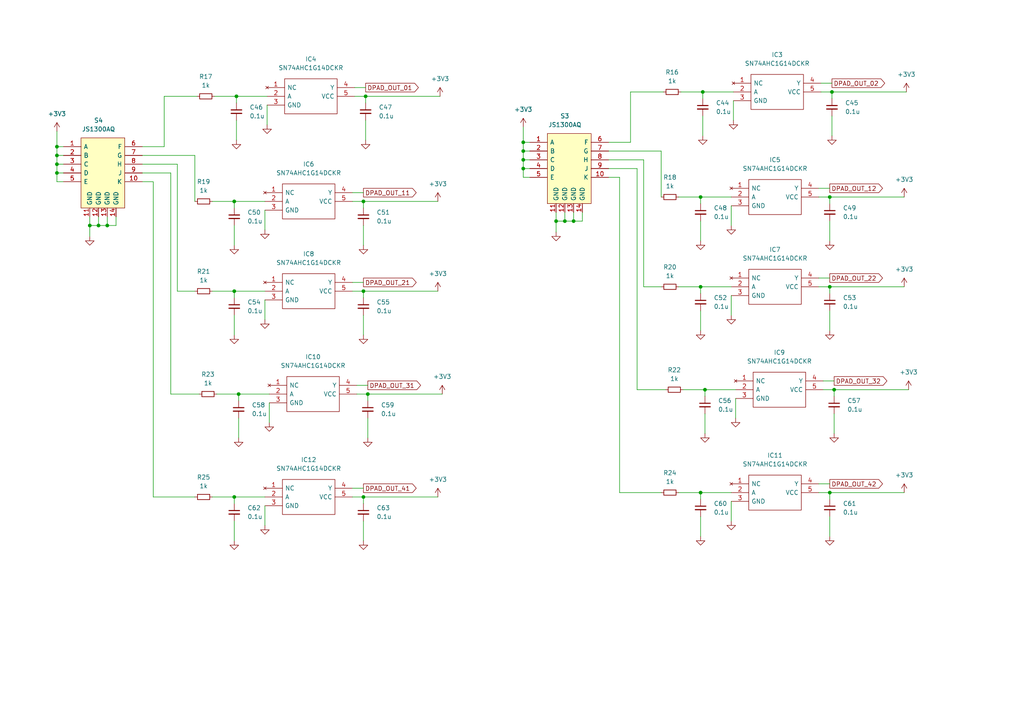
<source format=kicad_sch>
(kicad_sch (version 20211123) (generator eeschema)
  (paper "A4")
  (lib_symbols
    (symbol "Device:C_Small" (pin_numbers hide) (pin_names (offset 0.254) hide)
      (property "Reference" "C" (at 0.254 1.778 0))
      (property "Value" "C_Small" (at 0.254 -2.032 0))
      (symbol "C_Small_0_1"
        (polyline (pts (xy -1.524 -0.508) (xy 1.524 -0.508)) (stroke (width 0.3302)))
        (polyline (pts (xy -1.524 0.508) (xy 1.524 0.508)) (stroke (width 0.3048)))
      )
      (symbol "C_Small_1_1"
        (pin passive line (at 0 2.54 270) (length 2.032) (name "~") (number "1"))
        (pin passive line (at 0 -2.54 90) (length 2.032) (name "~") (number "2"))
      )
    )
    (symbol "Device:R_Small" (pin_numbers hide) (pin_names (offset 0.254) hide)
      (property "Reference" "R" (at 0.762 0.508 0))
      (property "Value" "R_Small" (at 0.762 -1.016 0))
      (symbol "R_Small_0_1"
        (rectangle (start -0.762 1.778) (end 0.762 -1.778) (stroke (width 0.2032)))
      )
      (symbol "R_Small_1_1"
        (pin passive line (at 0 2.54 270) (length 0.762) (name "~") (number "1"))
        (pin passive line (at 0 -2.54 90) (length 0.762) (name "~") (number "2"))
      )
    )
    (symbol "SamacSys_Parts:JS1300AQ" (pin_names (offset 0.762))
      (property "Reference" "S" (at 16.51 7.62 0))
      (property "Value" "JS1300AQ" (at 16.51 5.08 0))
      (symbol "JS1300AQ_0_0"
        (pin passive line (at 0 0 0) (length 5.08) (name "A") (number "1"))
        (pin passive line (at 22.86 -10.16 180) (length 5.08) (name "K") (number "10"))
        (pin passive line (at 0 -2.54 0) (length 5.08) (name "B") (number "2"))
        (pin passive line (at 0 -5.08 0) (length 5.08) (name "C") (number "3"))
        (pin passive line (at 0 -7.62 0) (length 5.08) (name "D") (number "4"))
        (pin passive line (at 0 -10.16 0) (length 5.08) (name "E") (number "5"))
        (pin passive line (at 22.86 0 180) (length 5.08) (name "F") (number "6"))
        (pin passive line (at 22.86 -2.54 180) (length 5.08) (name "G") (number "7"))
        (pin passive line (at 22.86 -5.08 180) (length 5.08) (name "H") (number "8"))
        (pin passive line (at 22.86 -7.62 180) (length 5.08) (name "J") (number "9"))
      )
      (symbol "JS1300AQ_0_1"
        (rectangle (start 17.78 2.54) (end 5.08 -17.78) (stroke (width 0.1524)) (fill (type background)))
      )
      (symbol "JS1300AQ_1_1"
        (pin passive line (at 7.62 -20.32 90) (length 2.54) (name "GND") (number "11"))
        (pin passive line (at 10.16 -20.32 90) (length 2.54) (name "GND") (number "12"))
        (pin passive line (at 12.7 -20.32 90) (length 2.54) (name "GND") (number "13"))
        (pin passive line (at 15.24 -20.32 90) (length 2.54) (name "GND") (number "14"))
      )
    )
    (symbol "SamacSys_Parts:SN74AHC1G14DCKR" (pin_names (offset 0.762))
      (property "Reference" "IC" (at 21.59 7.62 0))
      (property "Value" "SN74AHC1G14DCKR" (at 21.59 5.08 0))
      (symbol "SN74AHC1G14DCKR_0_0"
        (pin no_connect line (at 0 0 0) (length 5.08) (name "NC") (number "1"))
        (pin passive line (at 0 -2.54 0) (length 5.08) (name "A") (number "2"))
        (pin passive line (at 0 -5.08 0) (length 5.08) (name "GND") (number "3"))
        (pin passive line (at 25.4 0 180) (length 5.08) (name "Y") (number "4"))
        (pin passive line (at 25.4 -2.54 180) (length 5.08) (name "VCC") (number "5"))
      )
      (symbol "SN74AHC1G14DCKR_0_1"
        (polyline (pts (xy 5.08 2.54) (xy 20.32 2.54) (xy 20.32 -7.62) (xy 5.08 -7.62) (xy 5.08 2.54)) (stroke (width 0.1524)))
      )
    )
    (symbol "power:+3V3" (power) (pin_names (offset 0))
      (property "Value" "+3V3" (at 0 3.556 0))
      (symbol "+3V3_0_1"
        (polyline (pts (xy -0.762 1.27) (xy 0 2.54)))
        (polyline (pts (xy 0 0) (xy 0 2.54)))
        (polyline (pts (xy 0 2.54) (xy 0.762 1.27)))
      )
      (symbol "+3V3_1_1"
        (pin power_in line (at 0 0 90) (length 0) hide (name "+3V3") (number "1"))
      )
    )
    (symbol "power:GND" (power) (pin_names (offset 0))
      (property "Value" "GND" (at 0 -3.81 0))
      (symbol "GND_0_1"
        (polyline (pts (xy 0 0) (xy 0 -1.27) (xy 1.27 -1.27) (xy 0 -2.54) (xy -1.27 -1.27) (xy 0 -1.27)))
      )
      (symbol "GND_1_1"
        (pin power_in line (at 0 0 270) (length 0) hide (name "GND") (number "1"))
      )
    )
  )
  (junction (at 106.045 27.94))
  (junction (at 240.665 142.875))
  (junction (at 203.835 26.67))
  (junction (at 67.945 144.145))
  (junction (at 203.2 83.185))
  (junction (at 16.51 47.625))
  (junction (at 16.51 50.165))
  (junction (at 68.58 27.94))
  (junction (at 203.2 142.875))
  (junction (at 203.2 57.15))
  (junction (at 241.3 26.67))
  (junction (at 16.51 45.085))
  (junction (at 31.115 65.405))
  (junction (at 204.47 113.03))
  (junction (at 16.51 42.545))
  (junction (at 67.945 58.42))
  (junction (at 151.765 46.355))
  (junction (at 67.945 84.455))
  (junction (at 105.41 84.455))
  (junction (at 163.83 64.135))
  (junction (at 151.765 41.275))
  (junction (at 26.035 65.405))
  (junction (at 69.215 114.3))
  (junction (at 241.935 113.03))
  (junction (at 151.765 48.895))
  (junction (at 151.765 43.815))
  (junction (at 28.575 65.405))
  (junction (at 166.37 64.135))
  (junction (at 161.29 64.135))
  (junction (at 240.665 83.185))
  (junction (at 105.41 58.42))
  (junction (at 106.68 114.3))
  (junction (at 240.665 57.15))
  (junction (at 105.41 144.145))
  (wire (pts (xy 240.665 83.185) (xy 240.665 85.09)))
  (wire (pts (xy 240.665 57.15) (xy 262.255 57.15)))
  (wire (pts (xy 193.04 113.03) (xy 184.785 113.03)))
  (wire (pts (xy 102.235 81.915) (xy 105.41 81.915)))
  (wire (pts (xy 240.665 142.875) (xy 262.255 142.875)))
  (wire (pts (xy 203.835 26.67) (xy 212.725 26.67)))
  (wire (pts (xy 237.49 54.61) (xy 240.665 54.61)))
  (wire (pts (xy 163.83 61.595) (xy 163.83 64.135)))
  (wire (pts (xy 212.09 91.44) (xy 212.09 85.725)))
  (wire (pts (xy 166.37 61.595) (xy 166.37 64.135)))
  (wire (pts (xy 240.665 69.85) (xy 240.665 64.135)))
  (wire (pts (xy 16.51 50.165) (xy 18.415 50.165)))
  (wire (pts (xy 151.765 41.275) (xy 153.67 41.275)))
  (wire (pts (xy 105.41 84.455) (xy 105.41 86.36)))
  (wire (pts (xy 182.88 26.67) (xy 192.405 26.67)))
  (wire (pts (xy 102.235 58.42) (xy 105.41 58.42)))
  (wire (pts (xy 62.23 27.94) (xy 68.58 27.94)))
  (wire (pts (xy 61.595 144.145) (xy 67.945 144.145)))
  (wire (pts (xy 186.69 83.185) (xy 191.77 83.185)))
  (wire (pts (xy 197.485 26.67) (xy 203.835 26.67)))
  (wire (pts (xy 105.41 156.845) (xy 105.41 151.13)))
  (wire (pts (xy 151.765 48.895) (xy 153.67 48.895)))
  (wire (pts (xy 103.505 114.3) (xy 106.68 114.3)))
  (wire (pts (xy 240.665 83.185) (xy 262.255 83.185)))
  (wire (pts (xy 47.625 42.545) (xy 47.625 27.94)))
  (wire (pts (xy 67.945 58.42) (xy 76.835 58.42)))
  (wire (pts (xy 102.235 141.605) (xy 105.41 141.605)))
  (wire (pts (xy 26.035 68.58) (xy 26.035 65.405)))
  (wire (pts (xy 68.58 27.94) (xy 77.47 27.94)))
  (wire (pts (xy 151.765 41.275) (xy 151.765 36.83)))
  (wire (pts (xy 238.125 26.67) (xy 241.3 26.67)))
  (wire (pts (xy 67.945 58.42) (xy 67.945 60.325)))
  (wire (pts (xy 31.115 62.865) (xy 31.115 65.405)))
  (wire (pts (xy 44.45 52.705) (xy 44.45 144.145)))
  (wire (pts (xy 203.2 142.875) (xy 212.09 142.875)))
  (wire (pts (xy 31.115 65.405) (xy 33.655 65.405)))
  (wire (pts (xy 41.275 52.705) (xy 44.45 52.705)))
  (wire (pts (xy 240.665 155.575) (xy 240.665 149.86)))
  (wire (pts (xy 67.945 144.145) (xy 76.835 144.145)))
  (wire (pts (xy 105.41 58.42) (xy 127 58.42)))
  (wire (pts (xy 161.29 64.135) (xy 161.29 61.595)))
  (wire (pts (xy 237.49 83.185) (xy 240.665 83.185)))
  (wire (pts (xy 76.835 66.675) (xy 76.835 60.96)))
  (wire (pts (xy 179.705 51.435) (xy 179.705 142.875)))
  (wire (pts (xy 51.435 84.455) (xy 56.515 84.455)))
  (wire (pts (xy 203.835 26.67) (xy 203.835 28.575)))
  (wire (pts (xy 203.2 69.85) (xy 203.2 64.135)))
  (wire (pts (xy 196.85 57.15) (xy 203.2 57.15)))
  (wire (pts (xy 41.275 47.625) (xy 51.435 47.625)))
  (wire (pts (xy 28.575 62.865) (xy 28.575 65.405)))
  (wire (pts (xy 102.235 144.145) (xy 105.41 144.145)))
  (wire (pts (xy 203.835 39.37) (xy 203.835 33.655)))
  (wire (pts (xy 16.51 52.705) (xy 16.51 50.165)))
  (wire (pts (xy 176.53 46.355) (xy 186.69 46.355)))
  (wire (pts (xy 16.51 42.545) (xy 18.415 42.545)))
  (wire (pts (xy 203.2 95.885) (xy 203.2 90.17)))
  (wire (pts (xy 67.945 84.455) (xy 76.835 84.455)))
  (wire (pts (xy 105.41 97.155) (xy 105.41 91.44)))
  (wire (pts (xy 106.045 27.94) (xy 106.045 29.845)))
  (wire (pts (xy 67.945 156.845) (xy 67.945 151.13)))
  (wire (pts (xy 237.49 140.335) (xy 240.665 140.335)))
  (wire (pts (xy 191.77 57.15) (xy 191.77 43.815)))
  (wire (pts (xy 69.215 127) (xy 69.215 121.285)))
  (wire (pts (xy 77.47 36.195) (xy 77.47 30.48)))
  (wire (pts (xy 67.945 144.145) (xy 67.945 146.05)))
  (wire (pts (xy 16.51 42.545) (xy 16.51 38.1)))
  (wire (pts (xy 26.035 65.405) (xy 26.035 62.865)))
  (wire (pts (xy 49.53 50.165) (xy 41.275 50.165)))
  (wire (pts (xy 203.2 57.15) (xy 203.2 59.055)))
  (wire (pts (xy 237.49 57.15) (xy 240.665 57.15)))
  (wire (pts (xy 67.945 84.455) (xy 67.945 86.36)))
  (wire (pts (xy 106.045 27.94) (xy 127.635 27.94)))
  (wire (pts (xy 204.47 113.03) (xy 213.36 113.03)))
  (wire (pts (xy 51.435 47.625) (xy 51.435 84.455)))
  (wire (pts (xy 33.655 62.865) (xy 33.655 65.405)))
  (wire (pts (xy 26.035 65.405) (xy 28.575 65.405)))
  (wire (pts (xy 47.625 27.94) (xy 57.15 27.94)))
  (wire (pts (xy 68.58 27.94) (xy 68.58 29.845)))
  (wire (pts (xy 105.41 144.145) (xy 127 144.145)))
  (wire (pts (xy 241.3 26.67) (xy 241.3 28.575)))
  (wire (pts (xy 102.87 25.4) (xy 106.045 25.4)))
  (wire (pts (xy 61.595 84.455) (xy 67.945 84.455)))
  (wire (pts (xy 196.85 142.875) (xy 203.2 142.875)))
  (wire (pts (xy 163.83 64.135) (xy 166.37 64.135)))
  (wire (pts (xy 41.275 42.545) (xy 47.625 42.545)))
  (wire (pts (xy 182.88 41.275) (xy 182.88 26.67)))
  (wire (pts (xy 203.2 155.575) (xy 203.2 149.86)))
  (wire (pts (xy 151.765 48.895) (xy 151.765 46.355)))
  (wire (pts (xy 106.68 114.3) (xy 106.68 116.205)))
  (wire (pts (xy 69.215 114.3) (xy 78.105 114.3)))
  (wire (pts (xy 191.77 43.815) (xy 176.53 43.815)))
  (wire (pts (xy 240.665 95.885) (xy 240.665 90.17)))
  (wire (pts (xy 56.515 58.42) (xy 56.515 45.085)))
  (wire (pts (xy 106.68 127) (xy 106.68 121.285)))
  (wire (pts (xy 76.835 92.71) (xy 76.835 86.995)))
  (wire (pts (xy 102.87 27.94) (xy 106.045 27.94)))
  (wire (pts (xy 78.105 122.555) (xy 78.105 116.84)))
  (wire (pts (xy 241.935 113.03) (xy 241.935 114.935)))
  (wire (pts (xy 105.41 58.42) (xy 105.41 60.325)))
  (wire (pts (xy 241.935 113.03) (xy 263.525 113.03)))
  (wire (pts (xy 212.09 65.405) (xy 212.09 59.69)))
  (wire (pts (xy 153.67 51.435) (xy 151.765 51.435)))
  (wire (pts (xy 151.765 46.355) (xy 151.765 43.815)))
  (wire (pts (xy 196.85 83.185) (xy 203.2 83.185)))
  (wire (pts (xy 62.865 114.3) (xy 69.215 114.3)))
  (wire (pts (xy 151.765 51.435) (xy 151.765 48.895)))
  (wire (pts (xy 212.09 151.13) (xy 212.09 145.415)))
  (wire (pts (xy 161.29 64.135) (xy 163.83 64.135)))
  (wire (pts (xy 166.37 64.135) (xy 168.91 64.135)))
  (wire (pts (xy 237.49 142.875) (xy 240.665 142.875)))
  (wire (pts (xy 16.51 45.085) (xy 16.51 42.545)))
  (wire (pts (xy 105.41 71.12) (xy 105.41 65.405)))
  (wire (pts (xy 49.53 114.3) (xy 49.53 50.165)))
  (wire (pts (xy 241.3 26.67) (xy 262.89 26.67)))
  (wire (pts (xy 241.3 39.37) (xy 241.3 33.655)))
  (wire (pts (xy 240.665 142.875) (xy 240.665 144.78)))
  (wire (pts (xy 102.235 55.88) (xy 105.41 55.88)))
  (wire (pts (xy 238.125 24.13) (xy 241.3 24.13)))
  (wire (pts (xy 102.235 84.455) (xy 105.41 84.455)))
  (wire (pts (xy 56.515 144.145) (xy 44.45 144.145)))
  (wire (pts (xy 18.415 52.705) (xy 16.51 52.705)))
  (wire (pts (xy 204.47 125.73) (xy 204.47 120.015)))
  (wire (pts (xy 151.765 43.815) (xy 151.765 41.275)))
  (wire (pts (xy 151.765 43.815) (xy 153.67 43.815)))
  (wire (pts (xy 237.49 80.645) (xy 240.665 80.645)))
  (wire (pts (xy 203.2 57.15) (xy 212.09 57.15)))
  (wire (pts (xy 176.53 41.275) (xy 182.88 41.275)))
  (wire (pts (xy 28.575 65.405) (xy 31.115 65.405)))
  (wire (pts (xy 151.765 46.355) (xy 153.67 46.355)))
  (wire (pts (xy 184.785 48.895) (xy 176.53 48.895)))
  (wire (pts (xy 67.945 97.155) (xy 67.945 91.44)))
  (wire (pts (xy 184.785 113.03) (xy 184.785 48.895)))
  (wire (pts (xy 76.835 152.4) (xy 76.835 146.685)))
  (wire (pts (xy 67.945 71.12) (xy 67.945 65.405)))
  (wire (pts (xy 240.665 57.15) (xy 240.665 59.055)))
  (wire (pts (xy 105.41 144.145) (xy 105.41 146.05)))
  (wire (pts (xy 203.2 83.185) (xy 203.2 85.09)))
  (wire (pts (xy 106.68 114.3) (xy 128.27 114.3)))
  (wire (pts (xy 168.91 61.595) (xy 168.91 64.135)))
  (wire (pts (xy 57.785 114.3) (xy 49.53 114.3)))
  (wire (pts (xy 203.2 142.875) (xy 203.2 144.78)))
  (wire (pts (xy 56.515 45.085) (xy 41.275 45.085)))
  (wire (pts (xy 213.36 121.285) (xy 213.36 115.57)))
  (wire (pts (xy 198.12 113.03) (xy 204.47 113.03)))
  (wire (pts (xy 16.51 47.625) (xy 18.415 47.625)))
  (wire (pts (xy 176.53 51.435) (xy 179.705 51.435)))
  (wire (pts (xy 191.77 142.875) (xy 179.705 142.875)))
  (wire (pts (xy 212.725 34.925) (xy 212.725 29.21)))
  (wire (pts (xy 16.51 47.625) (xy 16.51 45.085)))
  (wire (pts (xy 203.2 83.185) (xy 212.09 83.185)))
  (wire (pts (xy 161.29 67.31) (xy 161.29 64.135)))
  (wire (pts (xy 106.045 40.64) (xy 106.045 34.925)))
  (wire (pts (xy 16.51 45.085) (xy 18.415 45.085)))
  (wire (pts (xy 16.51 50.165) (xy 16.51 47.625)))
  (wire (pts (xy 105.41 84.455) (xy 127 84.455)))
  (wire (pts (xy 238.76 110.49) (xy 241.935 110.49)))
  (wire (pts (xy 68.58 40.64) (xy 68.58 34.925)))
  (wire (pts (xy 103.505 111.76) (xy 106.68 111.76)))
  (wire (pts (xy 204.47 113.03) (xy 204.47 114.935)))
  (wire (pts (xy 69.215 114.3) (xy 69.215 116.205)))
  (wire (pts (xy 186.69 46.355) (xy 186.69 83.185)))
  (wire (pts (xy 61.595 58.42) (xy 67.945 58.42)))
  (wire (pts (xy 241.935 125.73) (xy 241.935 120.015)))
  (wire (pts (xy 238.76 113.03) (xy 241.935 113.03)))
  (global_label "DPAD_OUT_32" (shape output) (at 241.935 110.49 0) (property "Intersheet References" "${INTERSHEET_REFS}" (effects hide)))
  (global_label "DPAD_OUT_41" (shape output) (at 105.41 141.605 0) (property "Intersheet References" "${INTERSHEET_REFS}" (effects hide)))
  (global_label "DPAD_OUT_21" (shape output) (at 105.41 81.915 0) (property "Intersheet References" "${INTERSHEET_REFS}" (effects hide)))
  (global_label "DPAD_OUT_42" (shape output) (at 240.665 140.335 0) (property "Intersheet References" "${INTERSHEET_REFS}" (effects hide)))
  (global_label "DPAD_OUT_11" (shape output) (at 105.41 55.88 0) (property "Intersheet References" "${INTERSHEET_REFS}" (effects hide)))
  (global_label "DPAD_OUT_12" (shape output) (at 240.665 54.61 0) (property "Intersheet References" "${INTERSHEET_REFS}" (effects hide)))
  (global_label "DPAD_OUT_31" (shape output) (at 106.68 111.76 0) (property "Intersheet References" "${INTERSHEET_REFS}" (effects hide)))
  (global_label "DPAD_OUT_02" (shape output) (at 241.3 24.13 0) (property "Intersheet References" "${INTERSHEET_REFS}" (effects hide)))
  (global_label "DPAD_OUT_01" (shape output) (at 106.045 25.4 0) (property "Intersheet References" "${INTERSHEET_REFS}" (effects hide)))
  (global_label "DPAD_OUT_22" (shape output) (at 240.665 80.645 0) (property "Intersheet References" "${INTERSHEET_REFS}" (effects hide)))
  (symbol (lib_id "SamacSys_Parts:SN74AHC1G14DCKR") (at 212.09 140.335 0) (unit 1)
    (property "Reference" "IC11" (at 224.79 132.08 0))
    (property "Value" "SN74AHC1G14DCKR" (at 224.79 134.62 0))
    (property "Footprint" "SOT65P210X110-5N" (effects hide))
    (property "Datasheet" "http://www.ti.com/lit/ds/symlink/sn74ahc1g14.pdf" (effects hide))
    (property "Description" "SN74AHC1G14DCK hex inverter w/schmitt" (effects hide))
    (property "Height" "1.1" (effects hide))
    (property "Mouser Part Number" "595-SN74AHC1G14DCKR" (effects hide))
    (property "Mouser Price/Stock" "https://www.mouser.co.uk/ProductDetail/Texas-Instruments/SN74AHC1G14DCKR?qs=YhsVCygOPE3cGMcDGKIISg%3D%3D" (effects hide))
    (property "Manufacturer_Name" "Texas Instruments" (effects hide))
    (property "Manufacturer_Part_Number" "SN74AHC1G14DCKR" (effects hide))
  )
  (symbol (lib_id "power:GND") (at 203.2 155.575 0) (unit 1) (in_bom no)
    (property "Reference" "#PWR0122" (effects hide))
    (property "Value" "GND" (effects hide))
  )
  (symbol (lib_id "Device:R_Small") (at 194.31 142.875 90) (unit 1)
    (property "Reference" "R24" (at 194.31 137.16 90))
    (property "Value" "1k" (at 194.31 139.7 90))
    (property "Footprint" "Resistor_SMD:R_0805_2012Metric" (effects hide))
    (property "Mouser" "https://eu.mouser.com/ProductDetail/Vishay-Dale/CRCW08051K00FKEAC?qs=CZ6xfwOSLTXmQIgaYvN%2FBA%3D%3D" (effects hide))
  )
  (symbol (lib_id "power:GND") (at 240.665 95.885 0) (unit 1) (in_bom no)
    (property "Reference" "#PWR0107" (effects hide))
    (property "Value" "GND" (effects hide))
  )
  (symbol (lib_id "Device:C_Small") (at 69.215 118.745 0) (unit 1)
    (property "Reference" "C58" (at 73.025 117.4812 0) (effects (justify left)))
    (property "Value" "0.1u" (at 73.025 120.0212 0) (effects (justify left)))
    (property "Footprint" "Capacitor_SMD:C_0805_2012Metric" (effects hide))
    (property "Mouser" "https://eu.mouser.com/ProductDetail/KEMET/C0805C104K5RACTU?qs=Pc30aiB8zWUISNb2Qeyxfw%3D%3D" (effects hide))
  )
  (symbol (lib_id "power:GND") (at 106.045 40.64 0) (unit 1) (in_bom no)
    (property "Reference" "#PWR091" (effects hide))
    (property "Value" "GND" (effects hide))
  )
  (symbol (lib_id "Device:C_Small") (at 241.3 31.115 0) (unit 1)
    (property "Reference" "C45" (at 245.11 29.8512 0) (effects (justify left)))
    (property "Value" "0.1u" (at 245.11 32.3912 0) (effects (justify left)))
    (property "Footprint" "Capacitor_SMD:C_0805_2012Metric" (effects hide))
    (property "Mouser" "https://eu.mouser.com/ProductDetail/KEMET/C0805C104K5RACTU?qs=Pc30aiB8zWUISNb2Qeyxfw%3D%3D" (effects hide))
  )
  (symbol (lib_id "Device:C_Small") (at 105.41 148.59 0) (unit 1)
    (property "Reference" "C63" (at 109.22 147.3262 0) (effects (justify left)))
    (property "Value" "0.1u" (at 109.22 149.8662 0) (effects (justify left)))
    (property "Footprint" "Capacitor_SMD:C_0805_2012Metric" (effects hide))
    (property "Mouser" "https://eu.mouser.com/ProductDetail/KEMET/C0805C104K5RACTU?qs=Pc30aiB8zWUISNb2Qeyxfw%3D%3D" (effects hide))
  )
  (symbol (lib_id "power:GND") (at 161.29 67.31 0) (unit 1) (in_bom no)
    (property "Reference" "#PWR096" (effects hide))
    (property "Value" "GND" (effects hide))
  )
  (symbol (lib_id "power:GND") (at 105.41 97.155 0) (unit 1) (in_bom no)
    (property "Reference" "#PWR0109" (effects hide))
    (property "Value" "GND" (effects hide))
  )
  (symbol (lib_id "power:GND") (at 241.3 39.37 0) (unit 1) (in_bom no)
    (property "Reference" "#PWR089" (effects hide))
    (property "Value" "GND" (effects hide))
  )
  (symbol (lib_id "power:GND") (at 78.105 122.555 0) (unit 1) (in_bom no)
    (property "Reference" "#PWR0113" (effects hide))
    (property "Value" "GND" (effects hide))
  )
  (symbol (lib_id "Device:C_Small") (at 67.945 148.59 0) (unit 1)
    (property "Reference" "C62" (at 71.755 147.3262 0) (effects (justify left)))
    (property "Value" "0.1u" (at 71.755 149.8662 0) (effects (justify left)))
    (property "Footprint" "Capacitor_SMD:C_0805_2012Metric" (effects hide))
    (property "Mouser" "https://eu.mouser.com/ProductDetail/KEMET/C0805C104K5RACTU?qs=Pc30aiB8zWUISNb2Qeyxfw%3D%3D" (effects hide))
  )
  (symbol (lib_id "power:GND") (at 212.09 65.405 0) (unit 1) (in_bom no)
    (property "Reference" "#PWR094" (effects hide))
    (property "Value" "GND" (effects hide))
  )
  (symbol (lib_id "power:+3V3") (at 127 144.145 0) (unit 1)
    (property "Reference" "#PWR0119" (effects hide))
    (property "Value" "+3V3" (at 127 139.065 0))
  )
  (symbol (lib_id "Device:C_Small") (at 204.47 117.475 0) (unit 1)
    (property "Reference" "C56" (at 208.28 116.2112 0) (effects (justify left)))
    (property "Value" "0.1u" (at 208.28 118.7512 0) (effects (justify left)))
    (property "Footprint" "Capacitor_SMD:C_0805_2012Metric" (effects hide))
    (property "Mouser" "https://eu.mouser.com/ProductDetail/KEMET/C0805C104K5RACTU?qs=Pc30aiB8zWUISNb2Qeyxfw%3D%3D" (effects hide))
  )
  (symbol (lib_id "Device:C_Small") (at 240.665 147.32 0) (unit 1)
    (property "Reference" "C61" (at 244.475 146.0562 0) (effects (justify left)))
    (property "Value" "0.1u" (at 244.475 148.5962 0) (effects (justify left)))
    (property "Footprint" "Capacitor_SMD:C_0805_2012Metric" (effects hide))
    (property "Mouser" "https://eu.mouser.com/ProductDetail/KEMET/C0805C104K5RACTU?qs=Pc30aiB8zWUISNb2Qeyxfw%3D%3D" (effects hide))
  )
  (symbol (lib_id "Device:R_Small") (at 59.055 144.145 90) (unit 1)
    (property "Reference" "R25" (at 59.055 138.43 90))
    (property "Value" "1k" (at 59.055 140.97 90))
    (property "Footprint" "Resistor_SMD:R_0805_2012Metric" (effects hide))
    (property "Mouser" "https://eu.mouser.com/ProductDetail/Vishay-Dale/CRCW08051K00FKEAC?qs=CZ6xfwOSLTXmQIgaYvN%2FBA%3D%3D" (effects hide))
  )
  (symbol (lib_id "power:+3V3") (at 127 58.42 0) (unit 1)
    (property "Reference" "#PWR093" (effects hide))
    (property "Value" "+3V3" (at 127 53.34 0))
  )
  (symbol (lib_id "power:GND") (at 77.47 36.195 0) (unit 1) (in_bom no)
    (property "Reference" "#PWR085" (effects hide))
    (property "Value" "GND" (effects hide))
  )
  (symbol (lib_id "power:GND") (at 106.68 127 0) (unit 1) (in_bom no)
    (property "Reference" "#PWR0117" (effects hide))
    (property "Value" "GND" (effects hide))
  )
  (symbol (lib_id "power:GND") (at 213.36 121.285 0) (unit 1) (in_bom no)
    (property "Reference" "#PWR0112" (effects hide))
    (property "Value" "GND" (effects hide))
  )
  (symbol (lib_id "power:GND") (at 212.725 34.925 0) (unit 1) (in_bom no)
    (property "Reference" "#PWR084" (effects hide))
    (property "Value" "GND" (effects hide))
  )
  (symbol (lib_id "Device:R_Small") (at 59.69 27.94 90) (unit 1)
    (property "Reference" "R17" (at 59.69 22.225 90))
    (property "Value" "1k" (at 59.69 24.765 90))
    (property "Footprint" "Resistor_SMD:R_0805_2012Metric" (effects hide))
    (property "Mouser" "https://eu.mouser.com/ProductDetail/Vishay-Dale/CRCW08051K00FKEAC?qs=CZ6xfwOSLTXmQIgaYvN%2FBA%3D%3D" (effects hide))
  )
  (symbol (lib_id "SamacSys_Parts:SN74AHC1G14DCKR") (at 76.835 55.88 0) (unit 1)
    (property "Reference" "IC6" (at 89.535 47.625 0))
    (property "Value" "SN74AHC1G14DCKR" (at 89.535 50.165 0))
    (property "Footprint" "SOT65P210X110-5N" (effects hide))
    (property "Datasheet" "http://www.ti.com/lit/ds/symlink/sn74ahc1g14.pdf" (effects hide))
    (property "Description" "SN74AHC1G14DCK hex inverter w/schmitt" (effects hide))
    (property "Height" "1.1" (effects hide))
    (property "Mouser Part Number" "595-SN74AHC1G14DCKR" (effects hide))
    (property "Mouser Price/Stock" "https://www.mouser.co.uk/ProductDetail/Texas-Instruments/SN74AHC1G14DCKR?qs=YhsVCygOPE3cGMcDGKIISg%3D%3D" (effects hide))
    (property "Manufacturer_Name" "Texas Instruments" (effects hide))
    (property "Manufacturer_Part_Number" "SN74AHC1G14DCKR" (effects hide))
  )
  (symbol (lib_id "power:GND") (at 67.945 97.155 0) (unit 1) (in_bom no)
    (property "Reference" "#PWR0108" (effects hide))
    (property "Value" "GND" (effects hide))
  )
  (symbol (lib_id "Device:R_Small") (at 59.055 84.455 90) (unit 1)
    (property "Reference" "R21" (at 59.055 78.74 90))
    (property "Value" "1k" (at 59.055 81.28 90))
    (property "Footprint" "Resistor_SMD:R_0805_2012Metric" (effects hide))
    (property "Mouser" "https://eu.mouser.com/ProductDetail/Vishay-Dale/CRCW08051K00FKEAC?qs=CZ6xfwOSLTXmQIgaYvN%2FBA%3D%3D" (effects hide))
  )
  (symbol (lib_id "Device:R_Small") (at 194.31 57.15 90) (unit 1)
    (property "Reference" "R18" (at 194.31 51.435 90))
    (property "Value" "1k" (at 194.31 53.975 90))
    (property "Footprint" "Resistor_SMD:R_0805_2012Metric" (effects hide))
    (property "Mouser" "https://eu.mouser.com/ProductDetail/Vishay-Dale/CRCW08051K00FKEAC?qs=CZ6xfwOSLTXmQIgaYvN%2FBA%3D%3D" (effects hide))
  )
  (symbol (lib_id "power:GND") (at 203.2 69.85 0) (unit 1) (in_bom no)
    (property "Reference" "#PWR098" (effects hide))
    (property "Value" "GND" (effects hide))
  )
  (symbol (lib_id "Device:C_Small") (at 203.2 87.63 0) (unit 1)
    (property "Reference" "C52" (at 207.01 86.3662 0) (effects (justify left)))
    (property "Value" "0.1u" (at 207.01 88.9062 0) (effects (justify left)))
    (property "Footprint" "Capacitor_SMD:C_0805_2012Metric" (effects hide))
    (property "Mouser" "https://eu.mouser.com/ProductDetail/KEMET/C0805C104K5RACTU?qs=Pc30aiB8zWUISNb2Qeyxfw%3D%3D" (effects hide))
  )
  (symbol (lib_id "power:GND") (at 212.09 151.13 0) (unit 1) (in_bom no)
    (property "Reference" "#PWR0120" (effects hide))
    (property "Value" "GND" (effects hide))
  )
  (symbol (lib_id "Device:C_Small") (at 106.68 118.745 0) (unit 1)
    (property "Reference" "C59" (at 110.49 117.4812 0) (effects (justify left)))
    (property "Value" "0.1u" (at 110.49 120.0212 0) (effects (justify left)))
    (property "Footprint" "Capacitor_SMD:C_0805_2012Metric" (effects hide))
    (property "Mouser" "https://eu.mouser.com/ProductDetail/KEMET/C0805C104K5RACTU?qs=Pc30aiB8zWUISNb2Qeyxfw%3D%3D" (effects hide))
  )
  (symbol (lib_id "SamacSys_Parts:JS1300AQ") (at 153.67 41.275 0) (unit 1)
    (property "Reference" "S3" (at 163.83 33.655 0))
    (property "Value" "JS1300AQ" (at 163.83 36.195 0))
    (property "Footprint" "JS1300" (effects hide))
    (property "Datasheet" "https://datasheet.datasheetarchive.com/originals/distributors/SFDatasheet-1/sf-00021190.pdf" (effects hide))
    (property "Description" "Multi-Directional Switches 50mA@12VDC Silver contacts" (effects hide))
    (property "Mouser Part Number" "612-JS1300AQ" (effects hide))
    (property "Mouser Price/Stock" "https://www.mouser.co.uk/ProductDetail/E-Switch/JS1300AQ?qs=cyOInwlKnRNRSQbl9aaldA%3D%3D" (effects hide))
    (property "Manufacturer_Name" "E-Switch" (effects hide))
    (property "Manufacturer_Part_Number" "JS1300AQ" (effects hide))
  )
  (symbol (lib_id "power:+3V3") (at 127.635 27.94 0) (unit 1)
    (property "Reference" "#PWR083" (effects hide))
    (property "Value" "+3V3" (at 127.635 22.86 0))
  )
  (symbol (lib_id "Device:C_Small") (at 105.41 62.865 0) (unit 1)
    (property "Reference" "C51" (at 109.22 61.6012 0) (effects (justify left)))
    (property "Value" "0.1u" (at 109.22 64.1412 0) (effects (justify left)))
    (property "Footprint" "Capacitor_SMD:C_0805_2012Metric" (effects hide))
    (property "Mouser" "https://eu.mouser.com/ProductDetail/KEMET/C0805C104K5RACTU?qs=Pc30aiB8zWUISNb2Qeyxfw%3D%3D" (effects hide))
  )
  (symbol (lib_id "power:GND") (at 76.835 92.71 0) (unit 1) (in_bom no)
    (property "Reference" "#PWR0105" (effects hide))
    (property "Value" "GND" (effects hide))
  )
  (symbol (lib_id "Device:C_Small") (at 240.665 87.63 0) (unit 1)
    (property "Reference" "C53" (at 244.475 86.3662 0) (effects (justify left)))
    (property "Value" "0.1u" (at 244.475 88.9062 0) (effects (justify left)))
    (property "Footprint" "Capacitor_SMD:C_0805_2012Metric" (effects hide))
    (property "Mouser" "https://eu.mouser.com/ProductDetail/KEMET/C0805C104K5RACTU?qs=Pc30aiB8zWUISNb2Qeyxfw%3D%3D" (effects hide))
  )
  (symbol (lib_id "power:GND") (at 212.09 91.44 0) (unit 1) (in_bom no)
    (property "Reference" "#PWR0104" (effects hide))
    (property "Value" "GND" (effects hide))
  )
  (symbol (lib_id "Device:R_Small") (at 195.58 113.03 90) (unit 1)
    (property "Reference" "R22" (at 195.58 107.315 90))
    (property "Value" "1k" (at 195.58 109.855 90))
    (property "Footprint" "Resistor_SMD:R_0805_2012Metric" (effects hide))
    (property "Mouser" "https://eu.mouser.com/ProductDetail/Vishay-Dale/CRCW08051K00FKEAC?qs=CZ6xfwOSLTXmQIgaYvN%2FBA%3D%3D" (effects hide))
  )
  (symbol (lib_id "power:+3V3") (at 16.51 38.1 0) (unit 1)
    (property "Reference" "#PWR087" (effects hide))
    (property "Value" "+3V3" (at 16.51 33.02 0))
  )
  (symbol (lib_id "SamacSys_Parts:SN74AHC1G14DCKR") (at 212.09 80.645 0) (unit 1)
    (property "Reference" "IC7" (at 224.79 72.39 0))
    (property "Value" "SN74AHC1G14DCKR" (at 224.79 74.93 0))
    (property "Footprint" "SOT65P210X110-5N" (effects hide))
    (property "Datasheet" "http://www.ti.com/lit/ds/symlink/sn74ahc1g14.pdf" (effects hide))
    (property "Description" "SN74AHC1G14DCK hex inverter w/schmitt" (effects hide))
    (property "Height" "1.1" (effects hide))
    (property "Mouser Part Number" "595-SN74AHC1G14DCKR" (effects hide))
    (property "Mouser Price/Stock" "https://www.mouser.co.uk/ProductDetail/Texas-Instruments/SN74AHC1G14DCKR?qs=YhsVCygOPE3cGMcDGKIISg%3D%3D" (effects hide))
    (property "Manufacturer_Name" "Texas Instruments" (effects hide))
    (property "Manufacturer_Part_Number" "SN74AHC1G14DCKR" (effects hide))
  )
  (symbol (lib_id "SamacSys_Parts:SN74AHC1G14DCKR") (at 212.09 54.61 0) (unit 1)
    (property "Reference" "IC5" (at 224.79 46.355 0))
    (property "Value" "SN74AHC1G14DCKR" (at 224.79 48.895 0))
    (property "Footprint" "SOT65P210X110-5N" (effects hide))
    (property "Datasheet" "http://www.ti.com/lit/ds/symlink/sn74ahc1g14.pdf" (effects hide))
    (property "Description" "SN74AHC1G14DCK hex inverter w/schmitt" (effects hide))
    (property "Height" "1.1" (effects hide))
    (property "Mouser Part Number" "595-SN74AHC1G14DCKR" (effects hide))
    (property "Mouser Price/Stock" "https://www.mouser.co.uk/ProductDetail/Texas-Instruments/SN74AHC1G14DCKR?qs=YhsVCygOPE3cGMcDGKIISg%3D%3D" (effects hide))
    (property "Manufacturer_Name" "Texas Instruments" (effects hide))
    (property "Manufacturer_Part_Number" "SN74AHC1G14DCKR" (effects hide))
  )
  (symbol (lib_id "power:GND") (at 203.2 95.885 0) (unit 1) (in_bom no)
    (property "Reference" "#PWR0106" (effects hide))
    (property "Value" "GND" (effects hide))
  )
  (symbol (lib_id "Device:C_Small") (at 240.665 61.595 0) (unit 1)
    (property "Reference" "C49" (at 244.475 60.3312 0) (effects (justify left)))
    (property "Value" "0.1u" (at 244.475 62.8712 0) (effects (justify left)))
    (property "Footprint" "Capacitor_SMD:C_0805_2012Metric" (effects hide))
    (property "Mouser" "https://eu.mouser.com/ProductDetail/KEMET/C0805C104K5RACTU?qs=Pc30aiB8zWUISNb2Qeyxfw%3D%3D" (effects hide))
  )
  (symbol (lib_id "power:GND") (at 105.41 71.12 0) (unit 1) (in_bom no)
    (property "Reference" "#PWR0101" (effects hide))
    (property "Value" "GND" (effects hide))
  )
  (symbol (lib_id "power:GND") (at 240.665 69.85 0) (unit 1) (in_bom no)
    (property "Reference" "#PWR099" (effects hide))
    (property "Value" "GND" (effects hide))
  )
  (symbol (lib_id "Device:C_Small") (at 241.935 117.475 0) (unit 1)
    (property "Reference" "C57" (at 245.745 116.2112 0) (effects (justify left)))
    (property "Value" "0.1u" (at 245.745 118.7512 0) (effects (justify left)))
    (property "Footprint" "Capacitor_SMD:C_0805_2012Metric" (effects hide))
    (property "Mouser" "https://eu.mouser.com/ProductDetail/KEMET/C0805C104K5RACTU?qs=Pc30aiB8zWUISNb2Qeyxfw%3D%3D" (effects hide))
  )
  (symbol (lib_id "SamacSys_Parts:SN74AHC1G14DCKR") (at 76.835 81.915 0) (unit 1)
    (property "Reference" "IC8" (at 89.535 73.66 0))
    (property "Value" "SN74AHC1G14DCKR" (at 89.535 76.2 0))
    (property "Footprint" "SOT65P210X110-5N" (effects hide))
    (property "Datasheet" "http://www.ti.com/lit/ds/symlink/sn74ahc1g14.pdf" (effects hide))
    (property "Description" "SN74AHC1G14DCK hex inverter w/schmitt" (effects hide))
    (property "Height" "1.1" (effects hide))
    (property "Mouser Part Number" "595-SN74AHC1G14DCKR" (effects hide))
    (property "Mouser Price/Stock" "https://www.mouser.co.uk/ProductDetail/Texas-Instruments/SN74AHC1G14DCKR?qs=YhsVCygOPE3cGMcDGKIISg%3D%3D" (effects hide))
    (property "Manufacturer_Name" "Texas Instruments" (effects hide))
    (property "Manufacturer_Part_Number" "SN74AHC1G14DCKR" (effects hide))
  )
  (symbol (lib_id "power:+3V3") (at 262.255 142.875 0) (unit 1)
    (property "Reference" "#PWR0118" (effects hide))
    (property "Value" "+3V3" (at 262.255 137.795 0))
  )
  (symbol (lib_id "SamacSys_Parts:SN74AHC1G14DCKR") (at 78.105 111.76 0) (unit 1)
    (property "Reference" "IC10" (at 90.805 103.505 0))
    (property "Value" "SN74AHC1G14DCKR" (at 90.805 106.045 0))
    (property "Footprint" "SOT65P210X110-5N" (effects hide))
    (property "Datasheet" "http://www.ti.com/lit/ds/symlink/sn74ahc1g14.pdf" (effects hide))
    (property "Description" "SN74AHC1G14DCK hex inverter w/schmitt" (effects hide))
    (property "Height" "1.1" (effects hide))
    (property "Mouser Part Number" "595-SN74AHC1G14DCKR" (effects hide))
    (property "Mouser Price/Stock" "https://www.mouser.co.uk/ProductDetail/Texas-Instruments/SN74AHC1G14DCKR?qs=YhsVCygOPE3cGMcDGKIISg%3D%3D" (effects hide))
    (property "Manufacturer_Name" "Texas Instruments" (effects hide))
    (property "Manufacturer_Part_Number" "SN74AHC1G14DCKR" (effects hide))
  )
  (symbol (lib_id "Device:C_Small") (at 203.835 31.115 0) (unit 1)
    (property "Reference" "C44" (at 207.645 29.8512 0) (effects (justify left)))
    (property "Value" "0.1u" (at 207.645 32.3912 0) (effects (justify left)))
    (property "Footprint" "Capacitor_SMD:C_0805_2012Metric" (effects hide))
    (property "Mouser" "https://eu.mouser.com/ProductDetail/KEMET/C0805C104K5RACTU?qs=Pc30aiB8zWUISNb2Qeyxfw%3D%3D" (effects hide))
  )
  (symbol (lib_id "Device:C_Small") (at 203.2 61.595 0) (unit 1)
    (property "Reference" "C48" (at 207.01 60.3312 0) (effects (justify left)))
    (property "Value" "0.1u" (at 207.01 62.8712 0) (effects (justify left)))
    (property "Footprint" "Capacitor_SMD:C_0805_2012Metric" (effects hide))
    (property "Mouser" "https://eu.mouser.com/ProductDetail/KEMET/C0805C104K5RACTU?qs=Pc30aiB8zWUISNb2Qeyxfw%3D%3D" (effects hide))
  )
  (symbol (lib_id "Device:R_Small") (at 194.31 83.185 90) (unit 1)
    (property "Reference" "R20" (at 194.31 77.47 90))
    (property "Value" "1k" (at 194.31 80.01 90))
    (property "Footprint" "Resistor_SMD:R_0805_2012Metric" (effects hide))
    (property "Mouser" "https://eu.mouser.com/ProductDetail/Vishay-Dale/CRCW08051K00FKEAC?qs=CZ6xfwOSLTXmQIgaYvN%2FBA%3D%3D" (effects hide))
  )
  (symbol (lib_id "power:GND") (at 240.665 155.575 0) (unit 1) (in_bom no)
    (property "Reference" "#PWR0123" (effects hide))
    (property "Value" "GND" (effects hide))
  )
  (symbol (lib_id "power:+3V3") (at 151.765 36.83 0) (unit 1)
    (property "Reference" "#PWR086" (effects hide))
    (property "Value" "+3V3" (at 151.765 31.75 0))
  )
  (symbol (lib_id "Device:C_Small") (at 67.945 62.865 0) (unit 1)
    (property "Reference" "C50" (at 71.755 61.6012 0) (effects (justify left)))
    (property "Value" "0.1u" (at 71.755 64.1412 0) (effects (justify left)))
    (property "Footprint" "Capacitor_SMD:C_0805_2012Metric" (effects hide))
    (property "Mouser" "https://eu.mouser.com/ProductDetail/KEMET/C0805C104K5RACTU?qs=Pc30aiB8zWUISNb2Qeyxfw%3D%3D" (effects hide))
  )
  (symbol (lib_id "Device:C_Small") (at 105.41 88.9 0) (unit 1)
    (property "Reference" "C55" (at 109.22 87.6362 0) (effects (justify left)))
    (property "Value" "0.1u" (at 109.22 90.1762 0) (effects (justify left)))
    (property "Footprint" "Capacitor_SMD:C_0805_2012Metric" (effects hide))
    (property "Mouser" "https://eu.mouser.com/ProductDetail/KEMET/C0805C104K5RACTU?qs=Pc30aiB8zWUISNb2Qeyxfw%3D%3D" (effects hide))
  )
  (symbol (lib_id "Device:C_Small") (at 106.045 32.385 0) (unit 1)
    (property "Reference" "C47" (at 109.855 31.1212 0) (effects (justify left)))
    (property "Value" "0.1u" (at 109.855 33.6612 0) (effects (justify left)))
    (property "Footprint" "Capacitor_SMD:C_0805_2012Metric" (effects hide))
    (property "Mouser" "https://eu.mouser.com/ProductDetail/KEMET/C0805C104K5RACTU?qs=Pc30aiB8zWUISNb2Qeyxfw%3D%3D" (effects hide))
  )
  (symbol (lib_id "Device:C_Small") (at 67.945 88.9 0) (unit 1)
    (property "Reference" "C54" (at 71.755 87.6362 0) (effects (justify left)))
    (property "Value" "0.1u" (at 71.755 90.1762 0) (effects (justify left)))
    (property "Footprint" "Capacitor_SMD:C_0805_2012Metric" (effects hide))
    (property "Mouser" "https://eu.mouser.com/ProductDetail/KEMET/C0805C104K5RACTU?qs=Pc30aiB8zWUISNb2Qeyxfw%3D%3D" (effects hide))
  )
  (symbol (lib_id "power:+3V3") (at 262.255 83.185 0) (unit 1)
    (property "Reference" "#PWR0102" (effects hide))
    (property "Value" "+3V3" (at 262.255 78.105 0))
  )
  (symbol (lib_id "power:+3V3") (at 262.255 57.15 0) (unit 1)
    (property "Reference" "#PWR092" (effects hide))
    (property "Value" "+3V3" (at 262.255 52.07 0))
  )
  (symbol (lib_id "Device:R_Small") (at 59.055 58.42 90) (unit 1)
    (property "Reference" "R19" (at 59.055 52.705 90))
    (property "Value" "1k" (at 59.055 55.245 90))
    (property "Footprint" "Resistor_SMD:R_0805_2012Metric" (effects hide))
    (property "Mouser" "https://eu.mouser.com/ProductDetail/Vishay-Dale/CRCW08051K00FKEAC?qs=CZ6xfwOSLTXmQIgaYvN%2FBA%3D%3D" (effects hide))
  )
  (symbol (lib_id "power:GND") (at 204.47 125.73 0) (unit 1) (in_bom no)
    (property "Reference" "#PWR0114" (effects hide))
    (property "Value" "GND" (effects hide))
  )
  (symbol (lib_id "power:GND") (at 67.945 156.845 0) (unit 1) (in_bom no)
    (property "Reference" "#PWR0124" (effects hide))
    (property "Value" "GND" (effects hide))
  )
  (symbol (lib_id "power:+3V3") (at 263.525 113.03 0) (unit 1)
    (property "Reference" "#PWR0110" (effects hide))
    (property "Value" "+3V3" (at 263.525 107.95 0))
  )
  (symbol (lib_id "SamacSys_Parts:SN74AHC1G14DCKR") (at 212.725 24.13 0) (unit 1)
    (property "Reference" "IC3" (at 225.425 15.875 0))
    (property "Value" "SN74AHC1G14DCKR" (at 225.425 18.415 0))
    (property "Footprint" "SOT65P210X110-5N" (effects hide))
    (property "Datasheet" "http://www.ti.com/lit/ds/symlink/sn74ahc1g14.pdf" (effects hide))
    (property "Description" "SN74AHC1G14DCK hex inverter w/schmitt" (effects hide))
    (property "Height" "1.1" (effects hide))
    (property "Mouser Part Number" "595-SN74AHC1G14DCKR" (effects hide))
    (property "Mouser Price/Stock" "https://www.mouser.co.uk/ProductDetail/Texas-Instruments/SN74AHC1G14DCKR?qs=YhsVCygOPE3cGMcDGKIISg%3D%3D" (effects hide))
    (property "Manufacturer_Name" "Texas Instruments" (effects hide))
    (property "Manufacturer_Part_Number" "SN74AHC1G14DCKR" (effects hide))
  )
  (symbol (lib_id "SamacSys_Parts:JS1300AQ") (at 18.415 42.545 0) (unit 1)
    (property "Reference" "S4" (at 28.575 34.925 0))
    (property "Value" "JS1300AQ" (at 28.575 37.465 0))
    (property "Footprint" "JS1300" (effects hide))
    (property "Datasheet" "https://datasheet.datasheetarchive.com/originals/distributors/SFDatasheet-1/sf-00021190.pdf" (effects hide))
    (property "Description" "Multi-Directional Switches 50mA@12VDC Silver contacts" (effects hide))
    (property "Mouser Part Number" "612-JS1300AQ" (effects hide))
    (property "Mouser Price/Stock" "https://www.mouser.co.uk/ProductDetail/E-Switch/JS1300AQ?qs=cyOInwlKnRNRSQbl9aaldA%3D%3D" (effects hide))
    (property "Manufacturer_Name" "E-Switch" (effects hide))
    (property "Manufacturer_Part_Number" "JS1300AQ" (effects hide))
  )
  (symbol (lib_id "Device:C_Small") (at 68.58 32.385 0) (unit 1)
    (property "Reference" "C46" (at 72.39 31.1212 0) (effects (justify left)))
    (property "Value" "0.1u" (at 72.39 33.6612 0) (effects (justify left)))
    (property "Footprint" "Capacitor_SMD:C_0805_2012Metric" (effects hide))
    (property "Mouser" "https://eu.mouser.com/ProductDetail/KEMET/C0805C104K5RACTU?qs=Pc30aiB8zWUISNb2Qeyxfw%3D%3D" (effects hide))
  )
  (symbol (lib_id "power:GND") (at 67.945 71.12 0) (unit 1) (in_bom no)
    (property "Reference" "#PWR0100" (effects hide))
    (property "Value" "GND" (effects hide))
  )
  (symbol (lib_id "SamacSys_Parts:SN74AHC1G14DCKR") (at 213.36 110.49 0) (unit 1)
    (property "Reference" "IC9" (at 226.06 102.235 0))
    (property "Value" "SN74AHC1G14DCKR" (at 226.06 104.775 0))
    (property "Footprint" "SOT65P210X110-5N" (effects hide))
    (property "Datasheet" "http://www.ti.com/lit/ds/symlink/sn74ahc1g14.pdf" (effects hide))
    (property "Description" "SN74AHC1G14DCK hex inverter w/schmitt" (effects hide))
    (property "Height" "1.1" (effects hide))
    (property "Mouser Part Number" "595-SN74AHC1G14DCKR" (effects hide))
    (property "Mouser Price/Stock" "https://www.mouser.co.uk/ProductDetail/Texas-Instruments/SN74AHC1G14DCKR?qs=YhsVCygOPE3cGMcDGKIISg%3D%3D" (effects hide))
    (property "Manufacturer_Name" "Texas Instruments" (effects hide))
    (property "Manufacturer_Part_Number" "SN74AHC1G14DCKR" (effects hide))
  )
  (symbol (lib_id "power:GND") (at 76.835 152.4 0) (unit 1) (in_bom no)
    (property "Reference" "#PWR0121" (effects hide))
    (property "Value" "GND" (effects hide))
  )
  (symbol (lib_id "power:GND") (at 241.935 125.73 0) (unit 1) (in_bom no)
    (property "Reference" "#PWR0115" (effects hide))
    (property "Value" "GND" (effects hide))
  )
  (symbol (lib_id "power:+3V3") (at 127 84.455 0) (unit 1)
    (property "Reference" "#PWR0103" (effects hide))
    (property "Value" "+3V3" (at 127 79.375 0))
  )
  (symbol (lib_id "Device:R_Small") (at 60.325 114.3 90) (unit 1)
    (property "Reference" "R23" (at 60.325 108.585 90))
    (property "Value" "1k" (at 60.325 111.125 90))
    (property "Footprint" "Resistor_SMD:R_0805_2012Metric" (effects hide))
    (property "Mouser" "https://eu.mouser.com/ProductDetail/Vishay-Dale/CRCW08051K00FKEAC?qs=CZ6xfwOSLTXmQIgaYvN%2FBA%3D%3D" (effects hide))
  )
  (symbol (lib_id "power:GND") (at 68.58 40.64 0) (unit 1) (in_bom no)
    (property "Reference" "#PWR090" (effects hide))
    (property "Value" "GND" (effects hide))
  )
  (symbol (lib_id "power:GND") (at 69.215 127 0) (unit 1) (in_bom no)
    (property "Reference" "#PWR0116" (effects hide))
    (property "Value" "GND" (effects hide))
  )
  (symbol (lib_id "SamacSys_Parts:SN74AHC1G14DCKR") (at 77.47 25.4 0) (unit 1)
    (property "Reference" "IC4" (at 90.17 17.145 0))
    (property "Value" "SN74AHC1G14DCKR" (at 90.17 19.685 0))
    (property "Footprint" "SOT65P210X110-5N" (effects hide))
    (property "Datasheet" "http://www.ti.com/lit/ds/symlink/sn74ahc1g14.pdf" (effects hide))
    (property "Description" "SN74AHC1G14DCK hex inverter w/schmitt" (effects hide))
    (property "Height" "1.1" (effects hide))
    (property "Mouser Part Number" "595-SN74AHC1G14DCKR" (effects hide))
    (property "Mouser Price/Stock" "https://www.mouser.co.uk/ProductDetail/Texas-Instruments/SN74AHC1G14DCKR?qs=YhsVCygOPE3cGMcDGKIISg%3D%3D" (effects hide))
    (property "Manufacturer_Name" "Texas Instruments" (effects hide))
    (property "Manufacturer_Part_Number" "SN74AHC1G14DCKR" (effects hide))
  )
  (symbol (lib_id "power:GND") (at 76.835 66.675 0) (unit 1) (in_bom no)
    (property "Reference" "#PWR095" (effects hide))
    (property "Value" "GND" (effects hide))
  )
  (symbol (lib_id "power:+3V3") (at 262.89 26.67 0) (unit 1)
    (property "Reference" "#PWR082" (effects hide))
    (property "Value" "+3V3" (at 262.89 21.59 0))
  )
  (symbol (lib_id "Device:R_Small") (at 194.945 26.67 90) (unit 1)
    (property "Reference" "R16" (at 194.945 20.955 90))
    (property "Value" "1k" (at 194.945 23.495 90))
    (property "Footprint" "Resistor_SMD:R_0805_2012Metric" (effects hide))
    (property "Mouser" "https://eu.mouser.com/ProductDetail/Vishay-Dale/CRCW08051K00FKEAC?qs=CZ6xfwOSLTXmQIgaYvN%2FBA%3D%3D" (effects hide))
  )
  (symbol (lib_id "power:GND") (at 26.035 68.58 0) (unit 1) (in_bom no)
    (property "Reference" "#PWR097" (effects hide))
    (property "Value" "GND" (effects hide))
  )
  (symbol (lib_id "SamacSys_Parts:SN74AHC1G14DCKR") (at 76.835 141.605 0) (unit 1)
    (property "Reference" "IC12" (at 89.535 133.35 0))
    (property "Value" "SN74AHC1G14DCKR" (at 89.535 135.89 0))
    (property "Footprint" "SOT65P210X110-5N" (effects hide))
    (property "Datasheet" "http://www.ti.com/lit/ds/symlink/sn74ahc1g14.pdf" (effects hide))
    (property "Description" "SN74AHC1G14DCK hex inverter w/schmitt" (effects hide))
    (property "Height" "1.1" (effects hide))
    (property "Mouser Part Number" "595-SN74AHC1G14DCKR" (effects hide))
    (property "Mouser Price/Stock" "https://www.mouser.co.uk/ProductDetail/Texas-Instruments/SN74AHC1G14DCKR?qs=YhsVCygOPE3cGMcDGKIISg%3D%3D" (effects hide))
    (property "Manufacturer_Name" "Texas Instruments" (effects hide))
    (property "Manufacturer_Part_Number" "SN74AHC1G14DCKR" (effects hide))
  )
  (symbol (lib_id "power:GND") (at 105.41 156.845 0) (unit 1) (in_bom no)
    (property "Reference" "#PWR0125" (effects hide))
    (property "Value" "GND" (effects hide))
  )
  (symbol (lib_id "power:+3V3") (at 128.27 114.3 0) (unit 1)
    (property "Reference" "#PWR0111" (effects hide))
    (property "Value" "+3V3" (at 128.27 109.22 0))
  )
  (symbol (lib_id "power:GND") (at 203.835 39.37 0) (unit 1) (in_bom no)
    (property "Reference" "#PWR088" (effects hide))
    (property "Value" "GND" (effects hide))
  )
  (symbol (lib_id "Device:C_Small") (at 203.2 147.32 0) (unit 1)
    (property "Reference" "C60" (at 207.01 146.0562 0) (effects (justify left)))
    (property "Value" "0.1u" (at 207.01 148.5962 0) (effects (justify left)))
    (property "Footprint" "Capacitor_SMD:C_0805_2012Metric" (effects hide))
    (property "Mouser" "https://eu.mouser.com/ProductDetail/KEMET/C0805C104K5RACTU?qs=Pc30aiB8zWUISNb2Qeyxfw%3D%3D" (effects hide))
  )
)
</source>
